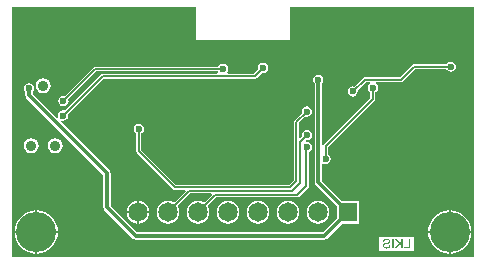
<source format=gbl>
G04*
G04 #@! TF.GenerationSoftware,Altium Limited,Altium Designer,21.6.4 (81)*
G04*
G04 Layer_Physical_Order=4*
G04 Layer_Color=16711680*
%FSLAX44Y44*%
%MOMM*%
G71*
G04*
G04 #@! TF.SameCoordinates,2C076353-3E30-4277-8679-B38F3AF88BA9*
G04*
G04*
G04 #@! TF.FilePolarity,Positive*
G04*
G01*
G75*
%ADD40C,0.1520*%
%ADD41C,0.3500*%
%ADD42C,3.4000*%
%ADD43C,1.6500*%
%ADD44R,1.6500X1.6500*%
%ADD45C,0.9000*%
%ADD46C,0.6000*%
G36*
X395922Y4078D02*
X4078Y4078D01*
Y215922D01*
X160000D01*
Y188000D01*
X240000D01*
Y215922D01*
X395922D01*
Y4078D01*
D02*
G37*
%LPC*%
G36*
X376000Y169354D02*
X374334Y169022D01*
X372921Y168078D01*
X372248Y167070D01*
X344956D01*
X344164Y166912D01*
X343492Y166464D01*
X333098Y156070D01*
X302911D01*
X302119Y155912D01*
X301448Y155463D01*
X294101Y148117D01*
X292911Y148354D01*
X291245Y148022D01*
X289833Y147079D01*
X288889Y145666D01*
X288558Y144000D01*
X288889Y142334D01*
X289833Y140921D01*
X291245Y139978D01*
X292911Y139646D01*
X294578Y139978D01*
X295990Y140921D01*
X296934Y142334D01*
X297265Y144000D01*
X297028Y145190D01*
X303769Y151930D01*
X307407D01*
X307792Y150660D01*
X306922Y150078D01*
X305978Y148666D01*
X305646Y147000D01*
X305978Y145334D01*
X306922Y143921D01*
X307930Y143247D01*
Y138857D01*
X268536Y99464D01*
X268088Y98792D01*
X268001Y98357D01*
X266731Y98482D01*
Y150847D01*
X267674Y152258D01*
X268006Y153924D01*
X267674Y155590D01*
X266730Y157002D01*
X265318Y157946D01*
X263652Y158278D01*
X261986Y157946D01*
X260574Y157002D01*
X259630Y155590D01*
X259298Y153924D01*
X259630Y152258D01*
X260573Y150847D01*
Y66948D01*
X260807Y65770D01*
X261475Y64771D01*
X279380Y46865D01*
Y36535D01*
X267515Y24669D01*
X110686D01*
X87915Y47439D01*
Y74930D01*
X87681Y76108D01*
X87013Y77107D01*
X45789Y118332D01*
X46415Y119502D01*
X47700Y119246D01*
X49366Y119578D01*
X50778Y120521D01*
X51722Y121934D01*
X52054Y123600D01*
X51817Y124790D01*
X81957Y154930D01*
X210000D01*
X210792Y155088D01*
X211464Y155536D01*
X215810Y159883D01*
X217000Y159646D01*
X218666Y159978D01*
X220079Y160921D01*
X221022Y162334D01*
X221354Y164000D01*
X221022Y165666D01*
X220079Y167078D01*
X218666Y168022D01*
X217000Y168354D01*
X215334Y168022D01*
X213922Y167078D01*
X212978Y165666D01*
X212646Y164000D01*
X212883Y162810D01*
X209143Y159070D01*
X186916D01*
X186358Y160340D01*
X187022Y161334D01*
X187354Y163000D01*
X187022Y164666D01*
X186078Y166078D01*
X184666Y167022D01*
X183000Y167354D01*
X181334Y167022D01*
X179921Y166078D01*
X179247Y165070D01*
X75000D01*
X74208Y164912D01*
X73537Y164464D01*
X49190Y140117D01*
X48000Y140354D01*
X46334Y140022D01*
X44921Y139079D01*
X43978Y137666D01*
X43646Y136000D01*
X43978Y134334D01*
X44921Y132921D01*
X46334Y131978D01*
X48000Y131646D01*
X49666Y131978D01*
X51079Y132921D01*
X52022Y134334D01*
X52354Y136000D01*
X52117Y137190D01*
X75857Y160930D01*
X178563D01*
X178950Y160340D01*
X178265Y159070D01*
X81100D01*
X80308Y158912D01*
X79636Y158463D01*
X48890Y127717D01*
X47700Y127954D01*
X46034Y127622D01*
X44622Y126678D01*
X43678Y125266D01*
X43346Y123600D01*
X43602Y122315D01*
X42432Y121689D01*
X21875Y142246D01*
Y143481D01*
X22818Y144892D01*
X23150Y146558D01*
X22818Y148224D01*
X21874Y149636D01*
X20462Y150580D01*
X18796Y150912D01*
X17130Y150580D01*
X15718Y149636D01*
X14774Y148224D01*
X14442Y146558D01*
X14774Y144892D01*
X15717Y143481D01*
Y140970D01*
X15951Y139792D01*
X16619Y138793D01*
X81757Y73655D01*
Y46164D01*
X81991Y44986D01*
X82659Y43987D01*
X107233Y19413D01*
X108232Y18745D01*
X109410Y18511D01*
X268790D01*
X269968Y18745D01*
X270967Y19413D01*
X283735Y32180D01*
X298420D01*
Y51220D01*
X283735D01*
X266731Y68223D01*
Y82521D01*
X268001Y83200D01*
X268334Y82978D01*
X270000Y82646D01*
X271666Y82978D01*
X273078Y83921D01*
X274022Y85334D01*
X274354Y87000D01*
X274022Y88666D01*
X273078Y90078D01*
X272070Y90752D01*
Y97143D01*
X311464Y136536D01*
X311912Y137208D01*
X312070Y138000D01*
Y143247D01*
X313078Y143921D01*
X314022Y145334D01*
X314354Y147000D01*
X314022Y148666D01*
X313078Y150078D01*
X312208Y150660D01*
X312593Y151930D01*
X333956D01*
X334748Y152088D01*
X335419Y152536D01*
X345813Y162930D01*
X372248D01*
X372921Y161922D01*
X374334Y160978D01*
X376000Y160646D01*
X377666Y160978D01*
X379078Y161922D01*
X380022Y163334D01*
X380354Y165000D01*
X380022Y166666D01*
X379078Y168078D01*
X377666Y169022D01*
X376000Y169354D01*
D02*
G37*
G36*
X31000Y155367D02*
X28563Y154883D01*
X26498Y153502D01*
X25117Y151437D01*
X24633Y149000D01*
X25117Y146563D01*
X26498Y144498D01*
X28563Y143117D01*
X31000Y142633D01*
X33437Y143117D01*
X35502Y144498D01*
X36883Y146563D01*
X37367Y149000D01*
X36883Y151437D01*
X35502Y153502D01*
X33437Y154883D01*
X31000Y155367D01*
D02*
G37*
G36*
X254000Y131354D02*
X252334Y131022D01*
X250921Y130078D01*
X249978Y128666D01*
X249646Y127000D01*
X249883Y125810D01*
X243746Y119674D01*
X243298Y119002D01*
X243140Y118210D01*
Y69275D01*
X238665Y64800D01*
X143127D01*
X113830Y94097D01*
Y108516D01*
X114838Y109190D01*
X115782Y110602D01*
X116114Y112268D01*
X115782Y113934D01*
X114838Y115346D01*
X113426Y116290D01*
X111760Y116622D01*
X110094Y116290D01*
X108681Y115346D01*
X107738Y113934D01*
X107406Y112268D01*
X107738Y110602D01*
X108681Y109190D01*
X109690Y108516D01*
Y93240D01*
X109848Y92448D01*
X110296Y91777D01*
X140806Y61266D01*
X141478Y60818D01*
X142270Y60660D01*
X150874D01*
X151360Y59487D01*
X141634Y49761D01*
X141301Y50016D01*
X138985Y50975D01*
X136500Y51302D01*
X134015Y50975D01*
X131699Y50016D01*
X129710Y48490D01*
X128184Y46501D01*
X127225Y44185D01*
X126898Y41700D01*
X127225Y39215D01*
X128184Y36899D01*
X129710Y34910D01*
X131699Y33384D01*
X134015Y32425D01*
X136500Y32098D01*
X138985Y32425D01*
X141301Y33384D01*
X143290Y34910D01*
X144816Y36899D01*
X145775Y39215D01*
X146102Y41700D01*
X145775Y44185D01*
X144816Y46501D01*
X144561Y46834D01*
X155347Y57620D01*
X173234D01*
X173720Y56447D01*
X167034Y49761D01*
X166701Y50016D01*
X164385Y50975D01*
X161900Y51302D01*
X159415Y50975D01*
X157099Y50016D01*
X155110Y48490D01*
X153584Y46501D01*
X152625Y44185D01*
X152298Y41700D01*
X152625Y39215D01*
X153584Y36899D01*
X155110Y34910D01*
X157099Y33384D01*
X159415Y32425D01*
X161900Y32098D01*
X164385Y32425D01*
X166701Y33384D01*
X168690Y34910D01*
X170216Y36899D01*
X171175Y39215D01*
X171502Y41700D01*
X171175Y44185D01*
X170216Y46501D01*
X169961Y46834D01*
X177445Y54318D01*
X246126D01*
X246918Y54476D01*
X247589Y54925D01*
X255210Y62544D01*
X255658Y63216D01*
X255816Y64008D01*
Y93078D01*
X257078Y93921D01*
X258022Y95334D01*
X258354Y97000D01*
X258022Y98666D01*
X257078Y100078D01*
X255666Y101022D01*
X254000Y101354D01*
X253938Y101341D01*
X253210Y102491D01*
X253412Y102763D01*
X254000Y102646D01*
X255666Y102978D01*
X257078Y103921D01*
X258022Y105334D01*
X258354Y107000D01*
X258022Y108666D01*
X257078Y110078D01*
X255666Y111022D01*
X254000Y111354D01*
X252334Y111022D01*
X250921Y110078D01*
X249978Y108666D01*
X249646Y107000D01*
X249883Y105810D01*
X248453Y104380D01*
X247280Y104866D01*
Y117353D01*
X252810Y122883D01*
X254000Y122646D01*
X255666Y122978D01*
X257078Y123921D01*
X258022Y125334D01*
X258354Y127000D01*
X258022Y128666D01*
X257078Y130078D01*
X255666Y131022D01*
X254000Y131354D01*
D02*
G37*
G36*
X41160Y104567D02*
X38723Y104083D01*
X36658Y102702D01*
X35277Y100637D01*
X34793Y98200D01*
X35277Y95763D01*
X36658Y93698D01*
X38723Y92317D01*
X41160Y91833D01*
X43597Y92317D01*
X45662Y93698D01*
X47043Y95763D01*
X47527Y98200D01*
X47043Y100637D01*
X45662Y102702D01*
X43597Y104083D01*
X41160Y104567D01*
D02*
G37*
G36*
X20840D02*
X18403Y104083D01*
X16338Y102702D01*
X14957Y100637D01*
X14473Y98200D01*
X14957Y95763D01*
X16338Y93698D01*
X18403Y92317D01*
X20840Y91833D01*
X23277Y92317D01*
X25342Y93698D01*
X26723Y95763D01*
X27207Y98200D01*
X26723Y100637D01*
X25342Y102702D01*
X23277Y104083D01*
X20840Y104567D01*
D02*
G37*
G36*
X111862Y51202D02*
Y42462D01*
X120602D01*
X120375Y44185D01*
X119416Y46501D01*
X117890Y48490D01*
X115901Y50016D01*
X113585Y50975D01*
X111862Y51202D01*
D02*
G37*
G36*
X110338D02*
X108615Y50975D01*
X106299Y50016D01*
X104310Y48490D01*
X102784Y46501D01*
X101825Y44185D01*
X101598Y42462D01*
X110338D01*
Y51202D01*
D02*
G37*
G36*
X120602Y40938D02*
X111862D01*
Y32198D01*
X113585Y32425D01*
X115901Y33384D01*
X117890Y34910D01*
X119416Y36899D01*
X120375Y39215D01*
X120602Y40938D01*
D02*
G37*
G36*
X110338D02*
X101598D01*
X101825Y39215D01*
X102784Y36899D01*
X104310Y34910D01*
X106299Y33384D01*
X108615Y32425D01*
X110338Y32198D01*
Y40938D01*
D02*
G37*
G36*
X263500Y51302D02*
X261015Y50975D01*
X258699Y50016D01*
X256710Y48490D01*
X255184Y46501D01*
X254225Y44185D01*
X253898Y41700D01*
X254225Y39215D01*
X255184Y36899D01*
X256710Y34910D01*
X258699Y33384D01*
X261015Y32425D01*
X263500Y32098D01*
X265985Y32425D01*
X268301Y33384D01*
X270290Y34910D01*
X271816Y36899D01*
X272775Y39215D01*
X273102Y41700D01*
X272775Y44185D01*
X271816Y46501D01*
X270290Y48490D01*
X268301Y50016D01*
X265985Y50975D01*
X263500Y51302D01*
D02*
G37*
G36*
X238100D02*
X235615Y50975D01*
X233299Y50016D01*
X231310Y48490D01*
X229784Y46501D01*
X228825Y44185D01*
X228498Y41700D01*
X228825Y39215D01*
X229784Y36899D01*
X231310Y34910D01*
X233299Y33384D01*
X235615Y32425D01*
X238100Y32098D01*
X240585Y32425D01*
X242901Y33384D01*
X244890Y34910D01*
X246416Y36899D01*
X247375Y39215D01*
X247702Y41700D01*
X247375Y44185D01*
X246416Y46501D01*
X244890Y48490D01*
X242901Y50016D01*
X240585Y50975D01*
X238100Y51302D01*
D02*
G37*
G36*
X212700D02*
X210215Y50975D01*
X207899Y50016D01*
X205910Y48490D01*
X204384Y46501D01*
X203425Y44185D01*
X203098Y41700D01*
X203425Y39215D01*
X204384Y36899D01*
X205910Y34910D01*
X207899Y33384D01*
X210215Y32425D01*
X212700Y32098D01*
X215185Y32425D01*
X217501Y33384D01*
X219490Y34910D01*
X221016Y36899D01*
X221975Y39215D01*
X222302Y41700D01*
X221975Y44185D01*
X221016Y46501D01*
X219490Y48490D01*
X217501Y50016D01*
X215185Y50975D01*
X212700Y51302D01*
D02*
G37*
G36*
X187300D02*
X184815Y50975D01*
X182499Y50016D01*
X180510Y48490D01*
X178984Y46501D01*
X178025Y44185D01*
X177698Y41700D01*
X178025Y39215D01*
X178984Y36899D01*
X180510Y34910D01*
X182499Y33384D01*
X184815Y32425D01*
X187300Y32098D01*
X189785Y32425D01*
X192101Y33384D01*
X194090Y34910D01*
X195616Y36899D01*
X196575Y39215D01*
X196902Y41700D01*
X196575Y44185D01*
X195616Y46501D01*
X194090Y48490D01*
X192101Y50016D01*
X189785Y50975D01*
X187300Y51302D01*
D02*
G37*
G36*
X375762Y43283D02*
Y25762D01*
X393283D01*
X393006Y28582D01*
X391961Y32025D01*
X390264Y35199D01*
X387981Y37981D01*
X385199Y40264D01*
X382025Y41961D01*
X378582Y43006D01*
X375762Y43283D01*
D02*
G37*
G36*
X374238D02*
X371418Y43006D01*
X367975Y41961D01*
X364801Y40264D01*
X362019Y37981D01*
X359736Y35199D01*
X358039Y32025D01*
X356994Y28582D01*
X356717Y25762D01*
X374238D01*
Y43283D01*
D02*
G37*
G36*
X25762D02*
Y25762D01*
X43283D01*
X43006Y28582D01*
X41961Y32025D01*
X40264Y35199D01*
X37981Y37981D01*
X35199Y40264D01*
X32025Y41961D01*
X28582Y43006D01*
X25762Y43283D01*
D02*
G37*
G36*
X24238D02*
X21418Y43006D01*
X17975Y41961D01*
X14801Y40264D01*
X12019Y37981D01*
X9736Y35199D01*
X8039Y32025D01*
X6994Y28582D01*
X6717Y25762D01*
X24238D01*
Y43283D01*
D02*
G37*
G36*
X315000Y21000D02*
Y9000D01*
X345000Y9000D01*
Y21000D01*
X315000Y21000D01*
D02*
G37*
G36*
X393283Y24238D02*
X375762D01*
Y6717D01*
X378582Y6994D01*
X382025Y8039D01*
X385199Y9736D01*
X387981Y12019D01*
X390264Y14801D01*
X391961Y17975D01*
X393006Y21418D01*
X393283Y24238D01*
D02*
G37*
G36*
X374238D02*
X356717D01*
X356994Y21418D01*
X358039Y17975D01*
X359736Y14801D01*
X362019Y12019D01*
X364801Y9736D01*
X367975Y8039D01*
X371418Y6994D01*
X374238Y6717D01*
Y24238D01*
D02*
G37*
G36*
X43283D02*
X25762D01*
Y6717D01*
X28582Y6994D01*
X32025Y8039D01*
X35199Y9736D01*
X37981Y12019D01*
X40264Y14801D01*
X41961Y17975D01*
X43006Y21418D01*
X43283Y24238D01*
D02*
G37*
G36*
X24238D02*
X6717D01*
X6994Y21418D01*
X8039Y17975D01*
X9736Y14801D01*
X12019Y12019D01*
X14801Y9736D01*
X17975Y8039D01*
X21418Y6994D01*
X24238Y6717D01*
Y24238D01*
D02*
G37*
%LPD*%
G36*
X335272Y11135D02*
X334198D01*
Y13951D01*
X332872Y15230D01*
X329980Y11135D01*
X328559D01*
X332121Y15958D01*
X328706Y19255D01*
X330167D01*
X334198Y15224D01*
Y19255D01*
X335272D01*
Y11135D01*
D02*
G37*
G36*
X341579D02*
X336510D01*
Y12091D01*
X340506D01*
Y19255D01*
X341579D01*
Y11135D01*
D02*
G37*
G36*
X327486D02*
X326412D01*
Y19255D01*
X327486D01*
Y11135D01*
D02*
G37*
G36*
X321871Y19390D02*
X322017Y19384D01*
X322158Y19373D01*
X322299Y19355D01*
X322428Y19332D01*
X322551Y19308D01*
X322663Y19285D01*
X322768Y19255D01*
X322868Y19232D01*
X322956Y19203D01*
X323027Y19179D01*
X323091Y19162D01*
X323144Y19138D01*
X323179Y19126D01*
X323203Y19121D01*
X323209Y19115D01*
X323332Y19062D01*
X323443Y19003D01*
X323549Y18939D01*
X323648Y18874D01*
X323742Y18804D01*
X323825Y18739D01*
X323901Y18669D01*
X323965Y18604D01*
X324024Y18546D01*
X324077Y18487D01*
X324124Y18440D01*
X324159Y18393D01*
X324188Y18358D01*
X324206Y18328D01*
X324218Y18311D01*
X324224Y18305D01*
X324282Y18205D01*
X324335Y18100D01*
X324382Y18000D01*
X324423Y17900D01*
X324458Y17800D01*
X324488Y17706D01*
X324505Y17618D01*
X324529Y17530D01*
X324540Y17448D01*
X324552Y17378D01*
X324558Y17313D01*
X324564Y17261D01*
X324570Y17214D01*
Y17184D01*
Y17161D01*
Y17155D01*
X324564Y17049D01*
X324558Y16949D01*
X324523Y16762D01*
X324482Y16592D01*
X324452Y16515D01*
X324429Y16439D01*
X324400Y16374D01*
X324376Y16316D01*
X324353Y16269D01*
X324329Y16228D01*
X324311Y16193D01*
X324300Y16169D01*
X324294Y16152D01*
X324288Y16146D01*
X324229Y16064D01*
X324171Y15981D01*
X324030Y15835D01*
X323889Y15706D01*
X323748Y15600D01*
X323678Y15553D01*
X323619Y15512D01*
X323560Y15471D01*
X323514Y15442D01*
X323473Y15418D01*
X323443Y15401D01*
X323426Y15395D01*
X323420Y15389D01*
X323326Y15342D01*
X323226Y15301D01*
X323109Y15254D01*
X322985Y15207D01*
X322727Y15119D01*
X322469Y15043D01*
X322352Y15007D01*
X322234Y14978D01*
X322129Y14949D01*
X322041Y14925D01*
X321965Y14908D01*
X321906Y14890D01*
X321888Y14884D01*
X321871D01*
X321865Y14878D01*
X321859D01*
X321660Y14831D01*
X321478Y14784D01*
X321307Y14743D01*
X321161Y14702D01*
X321026Y14667D01*
X320909Y14638D01*
X320809Y14609D01*
X320715Y14579D01*
X320639Y14556D01*
X320574Y14538D01*
X320527Y14520D01*
X320486Y14509D01*
X320451Y14497D01*
X320433Y14491D01*
X320421Y14485D01*
X320416D01*
X320322Y14444D01*
X320240Y14409D01*
X320157Y14368D01*
X320087Y14327D01*
X320017Y14286D01*
X319958Y14245D01*
X319905Y14204D01*
X319858Y14168D01*
X319817Y14133D01*
X319782Y14098D01*
X319723Y14045D01*
X319694Y14010D01*
X319682Y14004D01*
Y13998D01*
X319606Y13887D01*
X319547Y13775D01*
X319506Y13664D01*
X319483Y13564D01*
X319465Y13470D01*
X319459Y13435D01*
Y13400D01*
X319453Y13370D01*
Y13353D01*
Y13341D01*
Y13335D01*
X319465Y13200D01*
X319489Y13065D01*
X319530Y12948D01*
X319571Y12848D01*
X319612Y12760D01*
X319635Y12725D01*
X319653Y12696D01*
X319665Y12672D01*
X319676Y12655D01*
X319688Y12643D01*
Y12637D01*
X319782Y12526D01*
X319893Y12426D01*
X320011Y12338D01*
X320122Y12267D01*
X320228Y12215D01*
X320269Y12191D01*
X320310Y12174D01*
X320339Y12156D01*
X320363Y12144D01*
X320380Y12138D01*
X320386D01*
X320568Y12080D01*
X320750Y12033D01*
X320932Y12003D01*
X321102Y11980D01*
X321178Y11974D01*
X321249Y11968D01*
X321307Y11962D01*
X321360D01*
X321407Y11956D01*
X321466D01*
X321718Y11968D01*
X321953Y11992D01*
X322064Y12015D01*
X322164Y12033D01*
X322264Y12056D01*
X322352Y12080D01*
X322428Y12097D01*
X322504Y12121D01*
X322563Y12144D01*
X322616Y12162D01*
X322657Y12174D01*
X322692Y12185D01*
X322710Y12197D01*
X322716D01*
X322815Y12244D01*
X322909Y12291D01*
X322997Y12344D01*
X323074Y12396D01*
X323150Y12449D01*
X323214Y12502D01*
X323279Y12555D01*
X323332Y12602D01*
X323379Y12649D01*
X323420Y12690D01*
X323455Y12725D01*
X323478Y12760D01*
X323502Y12790D01*
X323519Y12807D01*
X323525Y12819D01*
X323531Y12825D01*
X323619Y12983D01*
X323690Y13147D01*
X323748Y13318D01*
X323789Y13476D01*
X323807Y13552D01*
X323825Y13617D01*
X323836Y13681D01*
X323842Y13734D01*
X323854Y13775D01*
Y13805D01*
X323860Y13828D01*
Y13834D01*
X324875Y13746D01*
X324869Y13593D01*
X324851Y13447D01*
X324828Y13306D01*
X324799Y13171D01*
X324763Y13048D01*
X324728Y12924D01*
X324687Y12813D01*
X324646Y12707D01*
X324611Y12614D01*
X324570Y12531D01*
X324534Y12461D01*
X324499Y12396D01*
X324476Y12349D01*
X324452Y12314D01*
X324441Y12291D01*
X324435Y12285D01*
X324353Y12168D01*
X324265Y12056D01*
X324171Y11956D01*
X324071Y11862D01*
X323977Y11774D01*
X323877Y11692D01*
X323783Y11622D01*
X323690Y11557D01*
X323607Y11505D01*
X323525Y11452D01*
X323455Y11411D01*
X323390Y11375D01*
X323338Y11352D01*
X323302Y11334D01*
X323273Y11323D01*
X323267Y11317D01*
X323126Y11264D01*
X322974Y11211D01*
X322821Y11170D01*
X322663Y11135D01*
X322352Y11076D01*
X322205Y11059D01*
X322064Y11041D01*
X321929Y11029D01*
X321806Y11018D01*
X321695Y11012D01*
X321601Y11006D01*
X321525Y11000D01*
X321419D01*
X321260Y11006D01*
X321102Y11012D01*
X320950Y11029D01*
X320809Y11047D01*
X320674Y11076D01*
X320545Y11100D01*
X320421Y11129D01*
X320310Y11158D01*
X320210Y11188D01*
X320122Y11217D01*
X320046Y11246D01*
X319981Y11270D01*
X319929Y11287D01*
X319888Y11305D01*
X319864Y11311D01*
X319858Y11317D01*
X319729Y11381D01*
X319612Y11446D01*
X319500Y11516D01*
X319401Y11587D01*
X319307Y11663D01*
X319219Y11739D01*
X319137Y11810D01*
X319066Y11880D01*
X319002Y11945D01*
X318949Y12003D01*
X318902Y12062D01*
X318867Y12109D01*
X318837Y12150D01*
X318814Y12179D01*
X318802Y12197D01*
X318796Y12203D01*
X318732Y12314D01*
X318673Y12420D01*
X318620Y12531D01*
X318579Y12637D01*
X318544Y12743D01*
X318515Y12842D01*
X318485Y12942D01*
X318468Y13030D01*
X318450Y13118D01*
X318438Y13194D01*
X318432Y13259D01*
X318426Y13318D01*
X318421Y13365D01*
Y13400D01*
Y13423D01*
Y13429D01*
X318426Y13552D01*
X318432Y13664D01*
X318450Y13775D01*
X318473Y13881D01*
X318497Y13987D01*
X318526Y14080D01*
X318561Y14168D01*
X318591Y14251D01*
X318620Y14321D01*
X318655Y14385D01*
X318685Y14444D01*
X318708Y14491D01*
X318732Y14526D01*
X318743Y14556D01*
X318755Y14573D01*
X318761Y14579D01*
X318831Y14673D01*
X318902Y14761D01*
X319066Y14925D01*
X319242Y15066D01*
X319330Y15131D01*
X319412Y15184D01*
X319494Y15236D01*
X319571Y15283D01*
X319635Y15318D01*
X319694Y15354D01*
X319741Y15377D01*
X319782Y15395D01*
X319805Y15406D01*
X319811Y15412D01*
X319911Y15453D01*
X320028Y15494D01*
X320157Y15541D01*
X320298Y15582D01*
X320445Y15629D01*
X320592Y15670D01*
X320891Y15747D01*
X321032Y15788D01*
X321167Y15817D01*
X321290Y15847D01*
X321395Y15876D01*
X321483Y15893D01*
X321519Y15905D01*
X321548Y15911D01*
X321572Y15917D01*
X321589D01*
X321601Y15923D01*
X321607D01*
X321841Y15981D01*
X322053Y16034D01*
X322240Y16087D01*
X322411Y16140D01*
X322557Y16193D01*
X322692Y16240D01*
X322804Y16286D01*
X322903Y16328D01*
X322985Y16369D01*
X323050Y16404D01*
X323109Y16433D01*
X323150Y16463D01*
X323185Y16480D01*
X323203Y16498D01*
X323214Y16504D01*
X323220Y16509D01*
X323273Y16562D01*
X323320Y16621D01*
X323367Y16680D01*
X323402Y16744D01*
X323455Y16861D01*
X323490Y16979D01*
X323514Y17079D01*
X323519Y17120D01*
X323525Y17161D01*
X323531Y17190D01*
Y17214D01*
Y17225D01*
Y17231D01*
X323525Y17325D01*
X323514Y17413D01*
X323490Y17501D01*
X323461Y17577D01*
X323390Y17724D01*
X323349Y17795D01*
X323308Y17853D01*
X323267Y17906D01*
X323232Y17953D01*
X323191Y17994D01*
X323162Y18029D01*
X323132Y18059D01*
X323109Y18076D01*
X323097Y18088D01*
X323091Y18094D01*
X323003Y18158D01*
X322903Y18211D01*
X322792Y18258D01*
X322680Y18299D01*
X322563Y18334D01*
X322446Y18364D01*
X322211Y18405D01*
X322105Y18422D01*
X322000Y18434D01*
X321912Y18440D01*
X321830Y18446D01*
X321765Y18452D01*
X321671D01*
X321501Y18446D01*
X321343Y18434D01*
X321196Y18416D01*
X321055Y18393D01*
X320932Y18358D01*
X320815Y18328D01*
X320709Y18293D01*
X320615Y18258D01*
X320533Y18217D01*
X320462Y18182D01*
X320404Y18152D01*
X320351Y18123D01*
X320310Y18094D01*
X320286Y18076D01*
X320269Y18064D01*
X320263Y18059D01*
X320181Y17982D01*
X320105Y17894D01*
X320034Y17806D01*
X319975Y17712D01*
X319923Y17613D01*
X319876Y17519D01*
X319835Y17425D01*
X319805Y17331D01*
X319776Y17243D01*
X319753Y17161D01*
X319735Y17084D01*
X319723Y17026D01*
X319711Y16973D01*
X319706Y16932D01*
X319700Y16909D01*
Y16897D01*
X318667Y16973D01*
X318679Y17102D01*
X318691Y17231D01*
X318714Y17354D01*
X318743Y17472D01*
X318773Y17583D01*
X318808Y17689D01*
X318843Y17789D01*
X318878Y17877D01*
X318919Y17959D01*
X318949Y18029D01*
X318984Y18094D01*
X319013Y18147D01*
X319037Y18188D01*
X319054Y18223D01*
X319066Y18240D01*
X319072Y18246D01*
X319142Y18352D01*
X319224Y18446D01*
X319307Y18540D01*
X319395Y18622D01*
X319483Y18698D01*
X319571Y18768D01*
X319653Y18833D01*
X319741Y18886D01*
X319817Y18939D01*
X319893Y18980D01*
X319958Y19021D01*
X320017Y19050D01*
X320064Y19073D01*
X320099Y19091D01*
X320122Y19097D01*
X320128Y19103D01*
X320257Y19156D01*
X320392Y19203D01*
X320527Y19238D01*
X320668Y19273D01*
X320932Y19326D01*
X321061Y19343D01*
X321178Y19361D01*
X321296Y19373D01*
X321395Y19379D01*
X321489Y19390D01*
X321566D01*
X321630Y19396D01*
X321718D01*
X321871Y19390D01*
D02*
G37*
D40*
X270000Y98000D02*
X310000Y138000D01*
X270000Y87000D02*
Y98000D01*
X310000Y138000D02*
Y147000D01*
X248000Y66136D02*
Y101000D01*
X241554Y59690D02*
X248000Y66136D01*
Y101000D02*
X254000Y107000D01*
X239522Y62730D02*
X245210Y68418D01*
Y118210D01*
X254000Y127000D01*
X253746Y64008D02*
Y96746D01*
X254000Y97000D01*
X47700Y123600D02*
X81100Y157000D01*
X210000D02*
X217000Y164000D01*
X81100Y157000D02*
X210000D01*
X111760Y93240D02*
Y112268D01*
X142270Y62730D02*
X239522D01*
X111760Y93240D02*
X142270Y62730D01*
X292911Y144000D02*
X302911Y154000D01*
X333956D02*
X344956Y165000D01*
X302911Y154000D02*
X333956D01*
X344956Y165000D02*
X376000D01*
X154490Y59690D02*
X241554D01*
X136500Y41700D02*
X154490Y59690D01*
X176588Y56388D02*
X246126D01*
X161900Y41700D02*
X176588Y56388D01*
X246126D02*
X253746Y64008D01*
X75000Y163000D02*
X183000D01*
X48000Y136000D02*
X75000Y163000D01*
D41*
X18796Y140970D02*
X84836Y74930D01*
Y46164D02*
Y74930D01*
X18796Y140970D02*
Y146558D01*
X109410Y21590D02*
X268790D01*
X84836Y46164D02*
X109410Y21590D01*
X268790D02*
X288900Y41700D01*
X263652Y66948D02*
X288900Y41700D01*
X263652Y66948D02*
Y153924D01*
D42*
X375000Y25000D02*
D03*
X25000D02*
D03*
D43*
X111100Y41700D02*
D03*
X136500D02*
D03*
X238100D02*
D03*
X263500D02*
D03*
X212700D02*
D03*
X187300D02*
D03*
X161900D02*
D03*
D44*
X288900D02*
D03*
D45*
X20840Y98200D02*
D03*
X41160D02*
D03*
X31000Y149000D02*
D03*
D46*
X392000Y47000D02*
D03*
Y62000D02*
D03*
Y77000D02*
D03*
Y92000D02*
D03*
Y107000D02*
D03*
Y122000D02*
D03*
Y137000D02*
D03*
Y152000D02*
D03*
Y167000D02*
D03*
Y182000D02*
D03*
Y197000D02*
D03*
Y212000D02*
D03*
X271000Y109000D02*
D03*
X143000Y170000D02*
D03*
X128000D02*
D03*
X113000Y169000D02*
D03*
X98000D02*
D03*
X83000D02*
D03*
X207000Y165000D02*
D03*
X192000D02*
D03*
X229000Y88000D02*
D03*
X171000D02*
D03*
X216000Y115000D02*
D03*
X183000Y114000D02*
D03*
Y138000D02*
D03*
X288000Y127000D02*
D03*
X274000D02*
D03*
X353000Y8000D02*
D03*
Y20000D02*
D03*
X308000D02*
D03*
X293000D02*
D03*
X278000D02*
D03*
X308000Y8000D02*
D03*
X293000D02*
D03*
X278000D02*
D03*
X263000D02*
D03*
X248000D02*
D03*
X233000D02*
D03*
X218000D02*
D03*
X203000D02*
D03*
X98000Y20000D02*
D03*
X83000D02*
D03*
X68000D02*
D03*
X53000D02*
D03*
X188000Y8000D02*
D03*
X173000D02*
D03*
X158000D02*
D03*
X143000D02*
D03*
X128000D02*
D03*
X113000D02*
D03*
X98000D02*
D03*
X83000D02*
D03*
X68000D02*
D03*
X53000D02*
D03*
X383000Y212000D02*
D03*
Y197000D02*
D03*
Y182000D02*
D03*
Y152000D02*
D03*
Y137000D02*
D03*
Y122000D02*
D03*
Y107000D02*
D03*
Y92000D02*
D03*
Y77000D02*
D03*
Y62000D02*
D03*
Y47000D02*
D03*
X368000Y212000D02*
D03*
Y197000D02*
D03*
Y182000D02*
D03*
Y122000D02*
D03*
Y107000D02*
D03*
Y92000D02*
D03*
Y77000D02*
D03*
Y62000D02*
D03*
Y47000D02*
D03*
X353000Y212000D02*
D03*
Y197000D02*
D03*
Y182000D02*
D03*
Y122000D02*
D03*
Y107000D02*
D03*
Y92000D02*
D03*
Y77000D02*
D03*
Y62000D02*
D03*
Y47000D02*
D03*
Y32000D02*
D03*
X338000Y212000D02*
D03*
Y197000D02*
D03*
Y182000D02*
D03*
Y167000D02*
D03*
Y122000D02*
D03*
Y107000D02*
D03*
Y92000D02*
D03*
Y77000D02*
D03*
Y62000D02*
D03*
Y47000D02*
D03*
Y32000D02*
D03*
X323000Y212000D02*
D03*
Y197000D02*
D03*
Y182000D02*
D03*
Y167000D02*
D03*
Y122000D02*
D03*
Y92000D02*
D03*
Y62000D02*
D03*
Y47000D02*
D03*
Y32000D02*
D03*
X308000Y212000D02*
D03*
Y197000D02*
D03*
Y182000D02*
D03*
Y167000D02*
D03*
Y122000D02*
D03*
Y92000D02*
D03*
Y62000D02*
D03*
Y47000D02*
D03*
Y32000D02*
D03*
X293000Y212000D02*
D03*
Y197000D02*
D03*
Y182000D02*
D03*
Y167000D02*
D03*
Y92000D02*
D03*
Y77000D02*
D03*
Y62000D02*
D03*
X278000Y212000D02*
D03*
Y197000D02*
D03*
Y182000D02*
D03*
Y167000D02*
D03*
Y92000D02*
D03*
Y77000D02*
D03*
Y62000D02*
D03*
X263000Y212000D02*
D03*
Y197000D02*
D03*
X248000D02*
D03*
Y32000D02*
D03*
X218000Y137000D02*
D03*
X143000Y212000D02*
D03*
Y197000D02*
D03*
Y182000D02*
D03*
Y137000D02*
D03*
X128000Y212000D02*
D03*
Y197000D02*
D03*
Y182000D02*
D03*
Y137000D02*
D03*
Y122000D02*
D03*
Y107000D02*
D03*
Y92000D02*
D03*
Y62000D02*
D03*
Y32000D02*
D03*
X113000Y212000D02*
D03*
Y197000D02*
D03*
Y182000D02*
D03*
Y137000D02*
D03*
Y122000D02*
D03*
Y77000D02*
D03*
Y62000D02*
D03*
X98000Y212000D02*
D03*
Y197000D02*
D03*
Y182000D02*
D03*
Y137000D02*
D03*
Y122000D02*
D03*
Y92000D02*
D03*
Y77000D02*
D03*
Y62000D02*
D03*
Y47000D02*
D03*
X83000Y212000D02*
D03*
Y197000D02*
D03*
Y182000D02*
D03*
Y137000D02*
D03*
Y122000D02*
D03*
Y92000D02*
D03*
Y32000D02*
D03*
X68000Y212000D02*
D03*
Y197000D02*
D03*
Y182000D02*
D03*
Y167000D02*
D03*
Y122000D02*
D03*
Y107000D02*
D03*
Y77000D02*
D03*
Y62000D02*
D03*
Y47000D02*
D03*
Y32000D02*
D03*
X53000Y212000D02*
D03*
Y197000D02*
D03*
Y182000D02*
D03*
Y167000D02*
D03*
Y152000D02*
D03*
Y92000D02*
D03*
Y77000D02*
D03*
Y62000D02*
D03*
Y47000D02*
D03*
Y32000D02*
D03*
X38000Y212000D02*
D03*
Y197000D02*
D03*
Y182000D02*
D03*
Y167000D02*
D03*
Y77000D02*
D03*
Y62000D02*
D03*
Y47000D02*
D03*
X23000Y212000D02*
D03*
Y197000D02*
D03*
Y182000D02*
D03*
Y167000D02*
D03*
Y77000D02*
D03*
Y62000D02*
D03*
Y47000D02*
D03*
X8000Y212000D02*
D03*
Y197000D02*
D03*
Y182000D02*
D03*
Y167000D02*
D03*
Y122000D02*
D03*
Y107000D02*
D03*
Y92000D02*
D03*
Y77000D02*
D03*
Y62000D02*
D03*
Y47000D02*
D03*
X254000Y97000D02*
D03*
X47700Y123600D02*
D03*
X270000Y87000D02*
D03*
X310000Y147000D02*
D03*
X376000Y165000D02*
D03*
X292911Y144000D02*
D03*
X263652Y153924D02*
D03*
X18796Y146558D02*
D03*
X111760Y112268D02*
D03*
X254000Y107000D02*
D03*
Y127000D02*
D03*
X48000Y136000D02*
D03*
X183000Y163000D02*
D03*
X217000Y164000D02*
D03*
M02*

</source>
